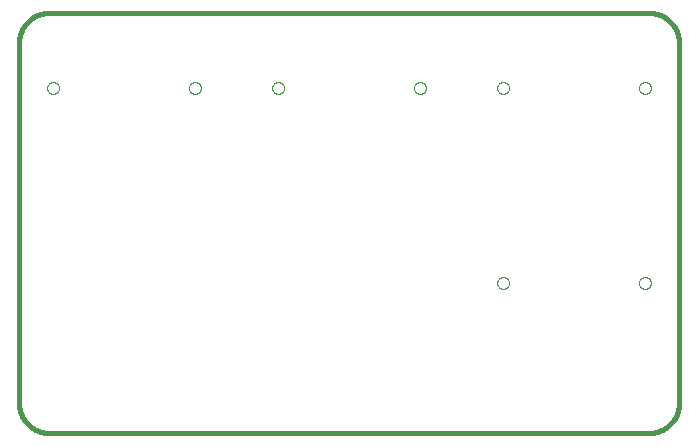
<source format=gbp>
G75*
%MOIN*%
%OFA0B0*%
%FSLAX25Y25*%
%IPPOS*%
%LPD*%
%AMOC8*
5,1,8,0,0,1.08239X$1,22.5*
%
%ADD10C,0.01600*%
%ADD11C,0.00000*%
D10*
X0051800Y0036800D02*
X0251800Y0036800D01*
X0252042Y0036803D01*
X0252283Y0036812D01*
X0252524Y0036826D01*
X0252765Y0036847D01*
X0253005Y0036873D01*
X0253245Y0036905D01*
X0253484Y0036943D01*
X0253721Y0036986D01*
X0253958Y0037036D01*
X0254193Y0037091D01*
X0254427Y0037151D01*
X0254659Y0037218D01*
X0254890Y0037289D01*
X0255119Y0037367D01*
X0255346Y0037450D01*
X0255571Y0037538D01*
X0255794Y0037632D01*
X0256014Y0037731D01*
X0256232Y0037836D01*
X0256447Y0037945D01*
X0256660Y0038060D01*
X0256870Y0038180D01*
X0257076Y0038305D01*
X0257280Y0038435D01*
X0257481Y0038570D01*
X0257678Y0038710D01*
X0257872Y0038854D01*
X0258062Y0039003D01*
X0258248Y0039157D01*
X0258431Y0039315D01*
X0258610Y0039477D01*
X0258785Y0039644D01*
X0258956Y0039815D01*
X0259123Y0039990D01*
X0259285Y0040169D01*
X0259443Y0040352D01*
X0259597Y0040538D01*
X0259746Y0040728D01*
X0259890Y0040922D01*
X0260030Y0041119D01*
X0260165Y0041320D01*
X0260295Y0041524D01*
X0260420Y0041730D01*
X0260540Y0041940D01*
X0260655Y0042153D01*
X0260764Y0042368D01*
X0260869Y0042586D01*
X0260968Y0042806D01*
X0261062Y0043029D01*
X0261150Y0043254D01*
X0261233Y0043481D01*
X0261311Y0043710D01*
X0261382Y0043941D01*
X0261449Y0044173D01*
X0261509Y0044407D01*
X0261564Y0044642D01*
X0261614Y0044879D01*
X0261657Y0045116D01*
X0261695Y0045355D01*
X0261727Y0045595D01*
X0261753Y0045835D01*
X0261774Y0046076D01*
X0261788Y0046317D01*
X0261797Y0046558D01*
X0261800Y0046800D01*
X0261800Y0166800D01*
X0261797Y0167042D01*
X0261788Y0167283D01*
X0261774Y0167524D01*
X0261753Y0167765D01*
X0261727Y0168005D01*
X0261695Y0168245D01*
X0261657Y0168484D01*
X0261614Y0168721D01*
X0261564Y0168958D01*
X0261509Y0169193D01*
X0261449Y0169427D01*
X0261382Y0169659D01*
X0261311Y0169890D01*
X0261233Y0170119D01*
X0261150Y0170346D01*
X0261062Y0170571D01*
X0260968Y0170794D01*
X0260869Y0171014D01*
X0260764Y0171232D01*
X0260655Y0171447D01*
X0260540Y0171660D01*
X0260420Y0171870D01*
X0260295Y0172076D01*
X0260165Y0172280D01*
X0260030Y0172481D01*
X0259890Y0172678D01*
X0259746Y0172872D01*
X0259597Y0173062D01*
X0259443Y0173248D01*
X0259285Y0173431D01*
X0259123Y0173610D01*
X0258956Y0173785D01*
X0258785Y0173956D01*
X0258610Y0174123D01*
X0258431Y0174285D01*
X0258248Y0174443D01*
X0258062Y0174597D01*
X0257872Y0174746D01*
X0257678Y0174890D01*
X0257481Y0175030D01*
X0257280Y0175165D01*
X0257076Y0175295D01*
X0256870Y0175420D01*
X0256660Y0175540D01*
X0256447Y0175655D01*
X0256232Y0175764D01*
X0256014Y0175869D01*
X0255794Y0175968D01*
X0255571Y0176062D01*
X0255346Y0176150D01*
X0255119Y0176233D01*
X0254890Y0176311D01*
X0254659Y0176382D01*
X0254427Y0176449D01*
X0254193Y0176509D01*
X0253958Y0176564D01*
X0253721Y0176614D01*
X0253484Y0176657D01*
X0253245Y0176695D01*
X0253005Y0176727D01*
X0252765Y0176753D01*
X0252524Y0176774D01*
X0252283Y0176788D01*
X0252042Y0176797D01*
X0251800Y0176800D01*
X0051800Y0176800D01*
X0051558Y0176797D01*
X0051317Y0176788D01*
X0051076Y0176774D01*
X0050835Y0176753D01*
X0050595Y0176727D01*
X0050355Y0176695D01*
X0050116Y0176657D01*
X0049879Y0176614D01*
X0049642Y0176564D01*
X0049407Y0176509D01*
X0049173Y0176449D01*
X0048941Y0176382D01*
X0048710Y0176311D01*
X0048481Y0176233D01*
X0048254Y0176150D01*
X0048029Y0176062D01*
X0047806Y0175968D01*
X0047586Y0175869D01*
X0047368Y0175764D01*
X0047153Y0175655D01*
X0046940Y0175540D01*
X0046730Y0175420D01*
X0046524Y0175295D01*
X0046320Y0175165D01*
X0046119Y0175030D01*
X0045922Y0174890D01*
X0045728Y0174746D01*
X0045538Y0174597D01*
X0045352Y0174443D01*
X0045169Y0174285D01*
X0044990Y0174123D01*
X0044815Y0173956D01*
X0044644Y0173785D01*
X0044477Y0173610D01*
X0044315Y0173431D01*
X0044157Y0173248D01*
X0044003Y0173062D01*
X0043854Y0172872D01*
X0043710Y0172678D01*
X0043570Y0172481D01*
X0043435Y0172280D01*
X0043305Y0172076D01*
X0043180Y0171870D01*
X0043060Y0171660D01*
X0042945Y0171447D01*
X0042836Y0171232D01*
X0042731Y0171014D01*
X0042632Y0170794D01*
X0042538Y0170571D01*
X0042450Y0170346D01*
X0042367Y0170119D01*
X0042289Y0169890D01*
X0042218Y0169659D01*
X0042151Y0169427D01*
X0042091Y0169193D01*
X0042036Y0168958D01*
X0041986Y0168721D01*
X0041943Y0168484D01*
X0041905Y0168245D01*
X0041873Y0168005D01*
X0041847Y0167765D01*
X0041826Y0167524D01*
X0041812Y0167283D01*
X0041803Y0167042D01*
X0041800Y0166800D01*
X0041800Y0046800D01*
X0041803Y0046558D01*
X0041812Y0046317D01*
X0041826Y0046076D01*
X0041847Y0045835D01*
X0041873Y0045595D01*
X0041905Y0045355D01*
X0041943Y0045116D01*
X0041986Y0044879D01*
X0042036Y0044642D01*
X0042091Y0044407D01*
X0042151Y0044173D01*
X0042218Y0043941D01*
X0042289Y0043710D01*
X0042367Y0043481D01*
X0042450Y0043254D01*
X0042538Y0043029D01*
X0042632Y0042806D01*
X0042731Y0042586D01*
X0042836Y0042368D01*
X0042945Y0042153D01*
X0043060Y0041940D01*
X0043180Y0041730D01*
X0043305Y0041524D01*
X0043435Y0041320D01*
X0043570Y0041119D01*
X0043710Y0040922D01*
X0043854Y0040728D01*
X0044003Y0040538D01*
X0044157Y0040352D01*
X0044315Y0040169D01*
X0044477Y0039990D01*
X0044644Y0039815D01*
X0044815Y0039644D01*
X0044990Y0039477D01*
X0045169Y0039315D01*
X0045352Y0039157D01*
X0045538Y0039003D01*
X0045728Y0038854D01*
X0045922Y0038710D01*
X0046119Y0038570D01*
X0046320Y0038435D01*
X0046524Y0038305D01*
X0046730Y0038180D01*
X0046940Y0038060D01*
X0047153Y0037945D01*
X0047368Y0037836D01*
X0047586Y0037731D01*
X0047806Y0037632D01*
X0048029Y0037538D01*
X0048254Y0037450D01*
X0048481Y0037367D01*
X0048710Y0037289D01*
X0048941Y0037218D01*
X0049173Y0037151D01*
X0049407Y0037091D01*
X0049642Y0037036D01*
X0049879Y0036986D01*
X0050116Y0036943D01*
X0050355Y0036905D01*
X0050595Y0036873D01*
X0050835Y0036847D01*
X0051076Y0036826D01*
X0051317Y0036812D01*
X0051558Y0036803D01*
X0051800Y0036800D01*
D11*
X0051209Y0151800D02*
X0051211Y0151888D01*
X0051217Y0151976D01*
X0051227Y0152064D01*
X0051241Y0152152D01*
X0051258Y0152238D01*
X0051280Y0152324D01*
X0051305Y0152408D01*
X0051335Y0152492D01*
X0051367Y0152574D01*
X0051404Y0152654D01*
X0051444Y0152733D01*
X0051488Y0152810D01*
X0051535Y0152885D01*
X0051585Y0152957D01*
X0051639Y0153028D01*
X0051695Y0153095D01*
X0051755Y0153161D01*
X0051817Y0153223D01*
X0051883Y0153283D01*
X0051950Y0153339D01*
X0052021Y0153393D01*
X0052093Y0153443D01*
X0052168Y0153490D01*
X0052245Y0153534D01*
X0052324Y0153574D01*
X0052404Y0153611D01*
X0052486Y0153643D01*
X0052570Y0153673D01*
X0052654Y0153698D01*
X0052740Y0153720D01*
X0052826Y0153737D01*
X0052914Y0153751D01*
X0053002Y0153761D01*
X0053090Y0153767D01*
X0053178Y0153769D01*
X0053266Y0153767D01*
X0053354Y0153761D01*
X0053442Y0153751D01*
X0053530Y0153737D01*
X0053616Y0153720D01*
X0053702Y0153698D01*
X0053786Y0153673D01*
X0053870Y0153643D01*
X0053952Y0153611D01*
X0054032Y0153574D01*
X0054111Y0153534D01*
X0054188Y0153490D01*
X0054263Y0153443D01*
X0054335Y0153393D01*
X0054406Y0153339D01*
X0054473Y0153283D01*
X0054539Y0153223D01*
X0054601Y0153161D01*
X0054661Y0153095D01*
X0054717Y0153028D01*
X0054771Y0152957D01*
X0054821Y0152885D01*
X0054868Y0152810D01*
X0054912Y0152733D01*
X0054952Y0152654D01*
X0054989Y0152574D01*
X0055021Y0152492D01*
X0055051Y0152408D01*
X0055076Y0152324D01*
X0055098Y0152238D01*
X0055115Y0152152D01*
X0055129Y0152064D01*
X0055139Y0151976D01*
X0055145Y0151888D01*
X0055147Y0151800D01*
X0055145Y0151712D01*
X0055139Y0151624D01*
X0055129Y0151536D01*
X0055115Y0151448D01*
X0055098Y0151362D01*
X0055076Y0151276D01*
X0055051Y0151192D01*
X0055021Y0151108D01*
X0054989Y0151026D01*
X0054952Y0150946D01*
X0054912Y0150867D01*
X0054868Y0150790D01*
X0054821Y0150715D01*
X0054771Y0150643D01*
X0054717Y0150572D01*
X0054661Y0150505D01*
X0054601Y0150439D01*
X0054539Y0150377D01*
X0054473Y0150317D01*
X0054406Y0150261D01*
X0054335Y0150207D01*
X0054263Y0150157D01*
X0054188Y0150110D01*
X0054111Y0150066D01*
X0054032Y0150026D01*
X0053952Y0149989D01*
X0053870Y0149957D01*
X0053786Y0149927D01*
X0053702Y0149902D01*
X0053616Y0149880D01*
X0053530Y0149863D01*
X0053442Y0149849D01*
X0053354Y0149839D01*
X0053266Y0149833D01*
X0053178Y0149831D01*
X0053090Y0149833D01*
X0053002Y0149839D01*
X0052914Y0149849D01*
X0052826Y0149863D01*
X0052740Y0149880D01*
X0052654Y0149902D01*
X0052570Y0149927D01*
X0052486Y0149957D01*
X0052404Y0149989D01*
X0052324Y0150026D01*
X0052245Y0150066D01*
X0052168Y0150110D01*
X0052093Y0150157D01*
X0052021Y0150207D01*
X0051950Y0150261D01*
X0051883Y0150317D01*
X0051817Y0150377D01*
X0051755Y0150439D01*
X0051695Y0150505D01*
X0051639Y0150572D01*
X0051585Y0150643D01*
X0051535Y0150715D01*
X0051488Y0150790D01*
X0051444Y0150867D01*
X0051404Y0150946D01*
X0051367Y0151026D01*
X0051335Y0151108D01*
X0051305Y0151192D01*
X0051280Y0151276D01*
X0051258Y0151362D01*
X0051241Y0151448D01*
X0051227Y0151536D01*
X0051217Y0151624D01*
X0051211Y0151712D01*
X0051209Y0151800D01*
X0098453Y0151800D02*
X0098455Y0151888D01*
X0098461Y0151976D01*
X0098471Y0152064D01*
X0098485Y0152152D01*
X0098502Y0152238D01*
X0098524Y0152324D01*
X0098549Y0152408D01*
X0098579Y0152492D01*
X0098611Y0152574D01*
X0098648Y0152654D01*
X0098688Y0152733D01*
X0098732Y0152810D01*
X0098779Y0152885D01*
X0098829Y0152957D01*
X0098883Y0153028D01*
X0098939Y0153095D01*
X0098999Y0153161D01*
X0099061Y0153223D01*
X0099127Y0153283D01*
X0099194Y0153339D01*
X0099265Y0153393D01*
X0099337Y0153443D01*
X0099412Y0153490D01*
X0099489Y0153534D01*
X0099568Y0153574D01*
X0099648Y0153611D01*
X0099730Y0153643D01*
X0099814Y0153673D01*
X0099898Y0153698D01*
X0099984Y0153720D01*
X0100070Y0153737D01*
X0100158Y0153751D01*
X0100246Y0153761D01*
X0100334Y0153767D01*
X0100422Y0153769D01*
X0100510Y0153767D01*
X0100598Y0153761D01*
X0100686Y0153751D01*
X0100774Y0153737D01*
X0100860Y0153720D01*
X0100946Y0153698D01*
X0101030Y0153673D01*
X0101114Y0153643D01*
X0101196Y0153611D01*
X0101276Y0153574D01*
X0101355Y0153534D01*
X0101432Y0153490D01*
X0101507Y0153443D01*
X0101579Y0153393D01*
X0101650Y0153339D01*
X0101717Y0153283D01*
X0101783Y0153223D01*
X0101845Y0153161D01*
X0101905Y0153095D01*
X0101961Y0153028D01*
X0102015Y0152957D01*
X0102065Y0152885D01*
X0102112Y0152810D01*
X0102156Y0152733D01*
X0102196Y0152654D01*
X0102233Y0152574D01*
X0102265Y0152492D01*
X0102295Y0152408D01*
X0102320Y0152324D01*
X0102342Y0152238D01*
X0102359Y0152152D01*
X0102373Y0152064D01*
X0102383Y0151976D01*
X0102389Y0151888D01*
X0102391Y0151800D01*
X0102389Y0151712D01*
X0102383Y0151624D01*
X0102373Y0151536D01*
X0102359Y0151448D01*
X0102342Y0151362D01*
X0102320Y0151276D01*
X0102295Y0151192D01*
X0102265Y0151108D01*
X0102233Y0151026D01*
X0102196Y0150946D01*
X0102156Y0150867D01*
X0102112Y0150790D01*
X0102065Y0150715D01*
X0102015Y0150643D01*
X0101961Y0150572D01*
X0101905Y0150505D01*
X0101845Y0150439D01*
X0101783Y0150377D01*
X0101717Y0150317D01*
X0101650Y0150261D01*
X0101579Y0150207D01*
X0101507Y0150157D01*
X0101432Y0150110D01*
X0101355Y0150066D01*
X0101276Y0150026D01*
X0101196Y0149989D01*
X0101114Y0149957D01*
X0101030Y0149927D01*
X0100946Y0149902D01*
X0100860Y0149880D01*
X0100774Y0149863D01*
X0100686Y0149849D01*
X0100598Y0149839D01*
X0100510Y0149833D01*
X0100422Y0149831D01*
X0100334Y0149833D01*
X0100246Y0149839D01*
X0100158Y0149849D01*
X0100070Y0149863D01*
X0099984Y0149880D01*
X0099898Y0149902D01*
X0099814Y0149927D01*
X0099730Y0149957D01*
X0099648Y0149989D01*
X0099568Y0150026D01*
X0099489Y0150066D01*
X0099412Y0150110D01*
X0099337Y0150157D01*
X0099265Y0150207D01*
X0099194Y0150261D01*
X0099127Y0150317D01*
X0099061Y0150377D01*
X0098999Y0150439D01*
X0098939Y0150505D01*
X0098883Y0150572D01*
X0098829Y0150643D01*
X0098779Y0150715D01*
X0098732Y0150790D01*
X0098688Y0150867D01*
X0098648Y0150946D01*
X0098611Y0151026D01*
X0098579Y0151108D01*
X0098549Y0151192D01*
X0098524Y0151276D01*
X0098502Y0151362D01*
X0098485Y0151448D01*
X0098471Y0151536D01*
X0098461Y0151624D01*
X0098455Y0151712D01*
X0098453Y0151800D01*
X0126209Y0151800D02*
X0126211Y0151888D01*
X0126217Y0151976D01*
X0126227Y0152064D01*
X0126241Y0152152D01*
X0126258Y0152238D01*
X0126280Y0152324D01*
X0126305Y0152408D01*
X0126335Y0152492D01*
X0126367Y0152574D01*
X0126404Y0152654D01*
X0126444Y0152733D01*
X0126488Y0152810D01*
X0126535Y0152885D01*
X0126585Y0152957D01*
X0126639Y0153028D01*
X0126695Y0153095D01*
X0126755Y0153161D01*
X0126817Y0153223D01*
X0126883Y0153283D01*
X0126950Y0153339D01*
X0127021Y0153393D01*
X0127093Y0153443D01*
X0127168Y0153490D01*
X0127245Y0153534D01*
X0127324Y0153574D01*
X0127404Y0153611D01*
X0127486Y0153643D01*
X0127570Y0153673D01*
X0127654Y0153698D01*
X0127740Y0153720D01*
X0127826Y0153737D01*
X0127914Y0153751D01*
X0128002Y0153761D01*
X0128090Y0153767D01*
X0128178Y0153769D01*
X0128266Y0153767D01*
X0128354Y0153761D01*
X0128442Y0153751D01*
X0128530Y0153737D01*
X0128616Y0153720D01*
X0128702Y0153698D01*
X0128786Y0153673D01*
X0128870Y0153643D01*
X0128952Y0153611D01*
X0129032Y0153574D01*
X0129111Y0153534D01*
X0129188Y0153490D01*
X0129263Y0153443D01*
X0129335Y0153393D01*
X0129406Y0153339D01*
X0129473Y0153283D01*
X0129539Y0153223D01*
X0129601Y0153161D01*
X0129661Y0153095D01*
X0129717Y0153028D01*
X0129771Y0152957D01*
X0129821Y0152885D01*
X0129868Y0152810D01*
X0129912Y0152733D01*
X0129952Y0152654D01*
X0129989Y0152574D01*
X0130021Y0152492D01*
X0130051Y0152408D01*
X0130076Y0152324D01*
X0130098Y0152238D01*
X0130115Y0152152D01*
X0130129Y0152064D01*
X0130139Y0151976D01*
X0130145Y0151888D01*
X0130147Y0151800D01*
X0130145Y0151712D01*
X0130139Y0151624D01*
X0130129Y0151536D01*
X0130115Y0151448D01*
X0130098Y0151362D01*
X0130076Y0151276D01*
X0130051Y0151192D01*
X0130021Y0151108D01*
X0129989Y0151026D01*
X0129952Y0150946D01*
X0129912Y0150867D01*
X0129868Y0150790D01*
X0129821Y0150715D01*
X0129771Y0150643D01*
X0129717Y0150572D01*
X0129661Y0150505D01*
X0129601Y0150439D01*
X0129539Y0150377D01*
X0129473Y0150317D01*
X0129406Y0150261D01*
X0129335Y0150207D01*
X0129263Y0150157D01*
X0129188Y0150110D01*
X0129111Y0150066D01*
X0129032Y0150026D01*
X0128952Y0149989D01*
X0128870Y0149957D01*
X0128786Y0149927D01*
X0128702Y0149902D01*
X0128616Y0149880D01*
X0128530Y0149863D01*
X0128442Y0149849D01*
X0128354Y0149839D01*
X0128266Y0149833D01*
X0128178Y0149831D01*
X0128090Y0149833D01*
X0128002Y0149839D01*
X0127914Y0149849D01*
X0127826Y0149863D01*
X0127740Y0149880D01*
X0127654Y0149902D01*
X0127570Y0149927D01*
X0127486Y0149957D01*
X0127404Y0149989D01*
X0127324Y0150026D01*
X0127245Y0150066D01*
X0127168Y0150110D01*
X0127093Y0150157D01*
X0127021Y0150207D01*
X0126950Y0150261D01*
X0126883Y0150317D01*
X0126817Y0150377D01*
X0126755Y0150439D01*
X0126695Y0150505D01*
X0126639Y0150572D01*
X0126585Y0150643D01*
X0126535Y0150715D01*
X0126488Y0150790D01*
X0126444Y0150867D01*
X0126404Y0150946D01*
X0126367Y0151026D01*
X0126335Y0151108D01*
X0126305Y0151192D01*
X0126280Y0151276D01*
X0126258Y0151362D01*
X0126241Y0151448D01*
X0126227Y0151536D01*
X0126217Y0151624D01*
X0126211Y0151712D01*
X0126209Y0151800D01*
X0173453Y0151800D02*
X0173455Y0151888D01*
X0173461Y0151976D01*
X0173471Y0152064D01*
X0173485Y0152152D01*
X0173502Y0152238D01*
X0173524Y0152324D01*
X0173549Y0152408D01*
X0173579Y0152492D01*
X0173611Y0152574D01*
X0173648Y0152654D01*
X0173688Y0152733D01*
X0173732Y0152810D01*
X0173779Y0152885D01*
X0173829Y0152957D01*
X0173883Y0153028D01*
X0173939Y0153095D01*
X0173999Y0153161D01*
X0174061Y0153223D01*
X0174127Y0153283D01*
X0174194Y0153339D01*
X0174265Y0153393D01*
X0174337Y0153443D01*
X0174412Y0153490D01*
X0174489Y0153534D01*
X0174568Y0153574D01*
X0174648Y0153611D01*
X0174730Y0153643D01*
X0174814Y0153673D01*
X0174898Y0153698D01*
X0174984Y0153720D01*
X0175070Y0153737D01*
X0175158Y0153751D01*
X0175246Y0153761D01*
X0175334Y0153767D01*
X0175422Y0153769D01*
X0175510Y0153767D01*
X0175598Y0153761D01*
X0175686Y0153751D01*
X0175774Y0153737D01*
X0175860Y0153720D01*
X0175946Y0153698D01*
X0176030Y0153673D01*
X0176114Y0153643D01*
X0176196Y0153611D01*
X0176276Y0153574D01*
X0176355Y0153534D01*
X0176432Y0153490D01*
X0176507Y0153443D01*
X0176579Y0153393D01*
X0176650Y0153339D01*
X0176717Y0153283D01*
X0176783Y0153223D01*
X0176845Y0153161D01*
X0176905Y0153095D01*
X0176961Y0153028D01*
X0177015Y0152957D01*
X0177065Y0152885D01*
X0177112Y0152810D01*
X0177156Y0152733D01*
X0177196Y0152654D01*
X0177233Y0152574D01*
X0177265Y0152492D01*
X0177295Y0152408D01*
X0177320Y0152324D01*
X0177342Y0152238D01*
X0177359Y0152152D01*
X0177373Y0152064D01*
X0177383Y0151976D01*
X0177389Y0151888D01*
X0177391Y0151800D01*
X0177389Y0151712D01*
X0177383Y0151624D01*
X0177373Y0151536D01*
X0177359Y0151448D01*
X0177342Y0151362D01*
X0177320Y0151276D01*
X0177295Y0151192D01*
X0177265Y0151108D01*
X0177233Y0151026D01*
X0177196Y0150946D01*
X0177156Y0150867D01*
X0177112Y0150790D01*
X0177065Y0150715D01*
X0177015Y0150643D01*
X0176961Y0150572D01*
X0176905Y0150505D01*
X0176845Y0150439D01*
X0176783Y0150377D01*
X0176717Y0150317D01*
X0176650Y0150261D01*
X0176579Y0150207D01*
X0176507Y0150157D01*
X0176432Y0150110D01*
X0176355Y0150066D01*
X0176276Y0150026D01*
X0176196Y0149989D01*
X0176114Y0149957D01*
X0176030Y0149927D01*
X0175946Y0149902D01*
X0175860Y0149880D01*
X0175774Y0149863D01*
X0175686Y0149849D01*
X0175598Y0149839D01*
X0175510Y0149833D01*
X0175422Y0149831D01*
X0175334Y0149833D01*
X0175246Y0149839D01*
X0175158Y0149849D01*
X0175070Y0149863D01*
X0174984Y0149880D01*
X0174898Y0149902D01*
X0174814Y0149927D01*
X0174730Y0149957D01*
X0174648Y0149989D01*
X0174568Y0150026D01*
X0174489Y0150066D01*
X0174412Y0150110D01*
X0174337Y0150157D01*
X0174265Y0150207D01*
X0174194Y0150261D01*
X0174127Y0150317D01*
X0174061Y0150377D01*
X0173999Y0150439D01*
X0173939Y0150505D01*
X0173883Y0150572D01*
X0173829Y0150643D01*
X0173779Y0150715D01*
X0173732Y0150790D01*
X0173688Y0150867D01*
X0173648Y0150946D01*
X0173611Y0151026D01*
X0173579Y0151108D01*
X0173549Y0151192D01*
X0173524Y0151276D01*
X0173502Y0151362D01*
X0173485Y0151448D01*
X0173471Y0151536D01*
X0173461Y0151624D01*
X0173455Y0151712D01*
X0173453Y0151800D01*
X0201209Y0151800D02*
X0201211Y0151888D01*
X0201217Y0151976D01*
X0201227Y0152064D01*
X0201241Y0152152D01*
X0201258Y0152238D01*
X0201280Y0152324D01*
X0201305Y0152408D01*
X0201335Y0152492D01*
X0201367Y0152574D01*
X0201404Y0152654D01*
X0201444Y0152733D01*
X0201488Y0152810D01*
X0201535Y0152885D01*
X0201585Y0152957D01*
X0201639Y0153028D01*
X0201695Y0153095D01*
X0201755Y0153161D01*
X0201817Y0153223D01*
X0201883Y0153283D01*
X0201950Y0153339D01*
X0202021Y0153393D01*
X0202093Y0153443D01*
X0202168Y0153490D01*
X0202245Y0153534D01*
X0202324Y0153574D01*
X0202404Y0153611D01*
X0202486Y0153643D01*
X0202570Y0153673D01*
X0202654Y0153698D01*
X0202740Y0153720D01*
X0202826Y0153737D01*
X0202914Y0153751D01*
X0203002Y0153761D01*
X0203090Y0153767D01*
X0203178Y0153769D01*
X0203266Y0153767D01*
X0203354Y0153761D01*
X0203442Y0153751D01*
X0203530Y0153737D01*
X0203616Y0153720D01*
X0203702Y0153698D01*
X0203786Y0153673D01*
X0203870Y0153643D01*
X0203952Y0153611D01*
X0204032Y0153574D01*
X0204111Y0153534D01*
X0204188Y0153490D01*
X0204263Y0153443D01*
X0204335Y0153393D01*
X0204406Y0153339D01*
X0204473Y0153283D01*
X0204539Y0153223D01*
X0204601Y0153161D01*
X0204661Y0153095D01*
X0204717Y0153028D01*
X0204771Y0152957D01*
X0204821Y0152885D01*
X0204868Y0152810D01*
X0204912Y0152733D01*
X0204952Y0152654D01*
X0204989Y0152574D01*
X0205021Y0152492D01*
X0205051Y0152408D01*
X0205076Y0152324D01*
X0205098Y0152238D01*
X0205115Y0152152D01*
X0205129Y0152064D01*
X0205139Y0151976D01*
X0205145Y0151888D01*
X0205147Y0151800D01*
X0205145Y0151712D01*
X0205139Y0151624D01*
X0205129Y0151536D01*
X0205115Y0151448D01*
X0205098Y0151362D01*
X0205076Y0151276D01*
X0205051Y0151192D01*
X0205021Y0151108D01*
X0204989Y0151026D01*
X0204952Y0150946D01*
X0204912Y0150867D01*
X0204868Y0150790D01*
X0204821Y0150715D01*
X0204771Y0150643D01*
X0204717Y0150572D01*
X0204661Y0150505D01*
X0204601Y0150439D01*
X0204539Y0150377D01*
X0204473Y0150317D01*
X0204406Y0150261D01*
X0204335Y0150207D01*
X0204263Y0150157D01*
X0204188Y0150110D01*
X0204111Y0150066D01*
X0204032Y0150026D01*
X0203952Y0149989D01*
X0203870Y0149957D01*
X0203786Y0149927D01*
X0203702Y0149902D01*
X0203616Y0149880D01*
X0203530Y0149863D01*
X0203442Y0149849D01*
X0203354Y0149839D01*
X0203266Y0149833D01*
X0203178Y0149831D01*
X0203090Y0149833D01*
X0203002Y0149839D01*
X0202914Y0149849D01*
X0202826Y0149863D01*
X0202740Y0149880D01*
X0202654Y0149902D01*
X0202570Y0149927D01*
X0202486Y0149957D01*
X0202404Y0149989D01*
X0202324Y0150026D01*
X0202245Y0150066D01*
X0202168Y0150110D01*
X0202093Y0150157D01*
X0202021Y0150207D01*
X0201950Y0150261D01*
X0201883Y0150317D01*
X0201817Y0150377D01*
X0201755Y0150439D01*
X0201695Y0150505D01*
X0201639Y0150572D01*
X0201585Y0150643D01*
X0201535Y0150715D01*
X0201488Y0150790D01*
X0201444Y0150867D01*
X0201404Y0150946D01*
X0201367Y0151026D01*
X0201335Y0151108D01*
X0201305Y0151192D01*
X0201280Y0151276D01*
X0201258Y0151362D01*
X0201241Y0151448D01*
X0201227Y0151536D01*
X0201217Y0151624D01*
X0201211Y0151712D01*
X0201209Y0151800D01*
X0248453Y0151800D02*
X0248455Y0151888D01*
X0248461Y0151976D01*
X0248471Y0152064D01*
X0248485Y0152152D01*
X0248502Y0152238D01*
X0248524Y0152324D01*
X0248549Y0152408D01*
X0248579Y0152492D01*
X0248611Y0152574D01*
X0248648Y0152654D01*
X0248688Y0152733D01*
X0248732Y0152810D01*
X0248779Y0152885D01*
X0248829Y0152957D01*
X0248883Y0153028D01*
X0248939Y0153095D01*
X0248999Y0153161D01*
X0249061Y0153223D01*
X0249127Y0153283D01*
X0249194Y0153339D01*
X0249265Y0153393D01*
X0249337Y0153443D01*
X0249412Y0153490D01*
X0249489Y0153534D01*
X0249568Y0153574D01*
X0249648Y0153611D01*
X0249730Y0153643D01*
X0249814Y0153673D01*
X0249898Y0153698D01*
X0249984Y0153720D01*
X0250070Y0153737D01*
X0250158Y0153751D01*
X0250246Y0153761D01*
X0250334Y0153767D01*
X0250422Y0153769D01*
X0250510Y0153767D01*
X0250598Y0153761D01*
X0250686Y0153751D01*
X0250774Y0153737D01*
X0250860Y0153720D01*
X0250946Y0153698D01*
X0251030Y0153673D01*
X0251114Y0153643D01*
X0251196Y0153611D01*
X0251276Y0153574D01*
X0251355Y0153534D01*
X0251432Y0153490D01*
X0251507Y0153443D01*
X0251579Y0153393D01*
X0251650Y0153339D01*
X0251717Y0153283D01*
X0251783Y0153223D01*
X0251845Y0153161D01*
X0251905Y0153095D01*
X0251961Y0153028D01*
X0252015Y0152957D01*
X0252065Y0152885D01*
X0252112Y0152810D01*
X0252156Y0152733D01*
X0252196Y0152654D01*
X0252233Y0152574D01*
X0252265Y0152492D01*
X0252295Y0152408D01*
X0252320Y0152324D01*
X0252342Y0152238D01*
X0252359Y0152152D01*
X0252373Y0152064D01*
X0252383Y0151976D01*
X0252389Y0151888D01*
X0252391Y0151800D01*
X0252389Y0151712D01*
X0252383Y0151624D01*
X0252373Y0151536D01*
X0252359Y0151448D01*
X0252342Y0151362D01*
X0252320Y0151276D01*
X0252295Y0151192D01*
X0252265Y0151108D01*
X0252233Y0151026D01*
X0252196Y0150946D01*
X0252156Y0150867D01*
X0252112Y0150790D01*
X0252065Y0150715D01*
X0252015Y0150643D01*
X0251961Y0150572D01*
X0251905Y0150505D01*
X0251845Y0150439D01*
X0251783Y0150377D01*
X0251717Y0150317D01*
X0251650Y0150261D01*
X0251579Y0150207D01*
X0251507Y0150157D01*
X0251432Y0150110D01*
X0251355Y0150066D01*
X0251276Y0150026D01*
X0251196Y0149989D01*
X0251114Y0149957D01*
X0251030Y0149927D01*
X0250946Y0149902D01*
X0250860Y0149880D01*
X0250774Y0149863D01*
X0250686Y0149849D01*
X0250598Y0149839D01*
X0250510Y0149833D01*
X0250422Y0149831D01*
X0250334Y0149833D01*
X0250246Y0149839D01*
X0250158Y0149849D01*
X0250070Y0149863D01*
X0249984Y0149880D01*
X0249898Y0149902D01*
X0249814Y0149927D01*
X0249730Y0149957D01*
X0249648Y0149989D01*
X0249568Y0150026D01*
X0249489Y0150066D01*
X0249412Y0150110D01*
X0249337Y0150157D01*
X0249265Y0150207D01*
X0249194Y0150261D01*
X0249127Y0150317D01*
X0249061Y0150377D01*
X0248999Y0150439D01*
X0248939Y0150505D01*
X0248883Y0150572D01*
X0248829Y0150643D01*
X0248779Y0150715D01*
X0248732Y0150790D01*
X0248688Y0150867D01*
X0248648Y0150946D01*
X0248611Y0151026D01*
X0248579Y0151108D01*
X0248549Y0151192D01*
X0248524Y0151276D01*
X0248502Y0151362D01*
X0248485Y0151448D01*
X0248471Y0151536D01*
X0248461Y0151624D01*
X0248455Y0151712D01*
X0248453Y0151800D01*
X0248453Y0086800D02*
X0248455Y0086888D01*
X0248461Y0086976D01*
X0248471Y0087064D01*
X0248485Y0087152D01*
X0248502Y0087238D01*
X0248524Y0087324D01*
X0248549Y0087408D01*
X0248579Y0087492D01*
X0248611Y0087574D01*
X0248648Y0087654D01*
X0248688Y0087733D01*
X0248732Y0087810D01*
X0248779Y0087885D01*
X0248829Y0087957D01*
X0248883Y0088028D01*
X0248939Y0088095D01*
X0248999Y0088161D01*
X0249061Y0088223D01*
X0249127Y0088283D01*
X0249194Y0088339D01*
X0249265Y0088393D01*
X0249337Y0088443D01*
X0249412Y0088490D01*
X0249489Y0088534D01*
X0249568Y0088574D01*
X0249648Y0088611D01*
X0249730Y0088643D01*
X0249814Y0088673D01*
X0249898Y0088698D01*
X0249984Y0088720D01*
X0250070Y0088737D01*
X0250158Y0088751D01*
X0250246Y0088761D01*
X0250334Y0088767D01*
X0250422Y0088769D01*
X0250510Y0088767D01*
X0250598Y0088761D01*
X0250686Y0088751D01*
X0250774Y0088737D01*
X0250860Y0088720D01*
X0250946Y0088698D01*
X0251030Y0088673D01*
X0251114Y0088643D01*
X0251196Y0088611D01*
X0251276Y0088574D01*
X0251355Y0088534D01*
X0251432Y0088490D01*
X0251507Y0088443D01*
X0251579Y0088393D01*
X0251650Y0088339D01*
X0251717Y0088283D01*
X0251783Y0088223D01*
X0251845Y0088161D01*
X0251905Y0088095D01*
X0251961Y0088028D01*
X0252015Y0087957D01*
X0252065Y0087885D01*
X0252112Y0087810D01*
X0252156Y0087733D01*
X0252196Y0087654D01*
X0252233Y0087574D01*
X0252265Y0087492D01*
X0252295Y0087408D01*
X0252320Y0087324D01*
X0252342Y0087238D01*
X0252359Y0087152D01*
X0252373Y0087064D01*
X0252383Y0086976D01*
X0252389Y0086888D01*
X0252391Y0086800D01*
X0252389Y0086712D01*
X0252383Y0086624D01*
X0252373Y0086536D01*
X0252359Y0086448D01*
X0252342Y0086362D01*
X0252320Y0086276D01*
X0252295Y0086192D01*
X0252265Y0086108D01*
X0252233Y0086026D01*
X0252196Y0085946D01*
X0252156Y0085867D01*
X0252112Y0085790D01*
X0252065Y0085715D01*
X0252015Y0085643D01*
X0251961Y0085572D01*
X0251905Y0085505D01*
X0251845Y0085439D01*
X0251783Y0085377D01*
X0251717Y0085317D01*
X0251650Y0085261D01*
X0251579Y0085207D01*
X0251507Y0085157D01*
X0251432Y0085110D01*
X0251355Y0085066D01*
X0251276Y0085026D01*
X0251196Y0084989D01*
X0251114Y0084957D01*
X0251030Y0084927D01*
X0250946Y0084902D01*
X0250860Y0084880D01*
X0250774Y0084863D01*
X0250686Y0084849D01*
X0250598Y0084839D01*
X0250510Y0084833D01*
X0250422Y0084831D01*
X0250334Y0084833D01*
X0250246Y0084839D01*
X0250158Y0084849D01*
X0250070Y0084863D01*
X0249984Y0084880D01*
X0249898Y0084902D01*
X0249814Y0084927D01*
X0249730Y0084957D01*
X0249648Y0084989D01*
X0249568Y0085026D01*
X0249489Y0085066D01*
X0249412Y0085110D01*
X0249337Y0085157D01*
X0249265Y0085207D01*
X0249194Y0085261D01*
X0249127Y0085317D01*
X0249061Y0085377D01*
X0248999Y0085439D01*
X0248939Y0085505D01*
X0248883Y0085572D01*
X0248829Y0085643D01*
X0248779Y0085715D01*
X0248732Y0085790D01*
X0248688Y0085867D01*
X0248648Y0085946D01*
X0248611Y0086026D01*
X0248579Y0086108D01*
X0248549Y0086192D01*
X0248524Y0086276D01*
X0248502Y0086362D01*
X0248485Y0086448D01*
X0248471Y0086536D01*
X0248461Y0086624D01*
X0248455Y0086712D01*
X0248453Y0086800D01*
X0201209Y0086800D02*
X0201211Y0086888D01*
X0201217Y0086976D01*
X0201227Y0087064D01*
X0201241Y0087152D01*
X0201258Y0087238D01*
X0201280Y0087324D01*
X0201305Y0087408D01*
X0201335Y0087492D01*
X0201367Y0087574D01*
X0201404Y0087654D01*
X0201444Y0087733D01*
X0201488Y0087810D01*
X0201535Y0087885D01*
X0201585Y0087957D01*
X0201639Y0088028D01*
X0201695Y0088095D01*
X0201755Y0088161D01*
X0201817Y0088223D01*
X0201883Y0088283D01*
X0201950Y0088339D01*
X0202021Y0088393D01*
X0202093Y0088443D01*
X0202168Y0088490D01*
X0202245Y0088534D01*
X0202324Y0088574D01*
X0202404Y0088611D01*
X0202486Y0088643D01*
X0202570Y0088673D01*
X0202654Y0088698D01*
X0202740Y0088720D01*
X0202826Y0088737D01*
X0202914Y0088751D01*
X0203002Y0088761D01*
X0203090Y0088767D01*
X0203178Y0088769D01*
X0203266Y0088767D01*
X0203354Y0088761D01*
X0203442Y0088751D01*
X0203530Y0088737D01*
X0203616Y0088720D01*
X0203702Y0088698D01*
X0203786Y0088673D01*
X0203870Y0088643D01*
X0203952Y0088611D01*
X0204032Y0088574D01*
X0204111Y0088534D01*
X0204188Y0088490D01*
X0204263Y0088443D01*
X0204335Y0088393D01*
X0204406Y0088339D01*
X0204473Y0088283D01*
X0204539Y0088223D01*
X0204601Y0088161D01*
X0204661Y0088095D01*
X0204717Y0088028D01*
X0204771Y0087957D01*
X0204821Y0087885D01*
X0204868Y0087810D01*
X0204912Y0087733D01*
X0204952Y0087654D01*
X0204989Y0087574D01*
X0205021Y0087492D01*
X0205051Y0087408D01*
X0205076Y0087324D01*
X0205098Y0087238D01*
X0205115Y0087152D01*
X0205129Y0087064D01*
X0205139Y0086976D01*
X0205145Y0086888D01*
X0205147Y0086800D01*
X0205145Y0086712D01*
X0205139Y0086624D01*
X0205129Y0086536D01*
X0205115Y0086448D01*
X0205098Y0086362D01*
X0205076Y0086276D01*
X0205051Y0086192D01*
X0205021Y0086108D01*
X0204989Y0086026D01*
X0204952Y0085946D01*
X0204912Y0085867D01*
X0204868Y0085790D01*
X0204821Y0085715D01*
X0204771Y0085643D01*
X0204717Y0085572D01*
X0204661Y0085505D01*
X0204601Y0085439D01*
X0204539Y0085377D01*
X0204473Y0085317D01*
X0204406Y0085261D01*
X0204335Y0085207D01*
X0204263Y0085157D01*
X0204188Y0085110D01*
X0204111Y0085066D01*
X0204032Y0085026D01*
X0203952Y0084989D01*
X0203870Y0084957D01*
X0203786Y0084927D01*
X0203702Y0084902D01*
X0203616Y0084880D01*
X0203530Y0084863D01*
X0203442Y0084849D01*
X0203354Y0084839D01*
X0203266Y0084833D01*
X0203178Y0084831D01*
X0203090Y0084833D01*
X0203002Y0084839D01*
X0202914Y0084849D01*
X0202826Y0084863D01*
X0202740Y0084880D01*
X0202654Y0084902D01*
X0202570Y0084927D01*
X0202486Y0084957D01*
X0202404Y0084989D01*
X0202324Y0085026D01*
X0202245Y0085066D01*
X0202168Y0085110D01*
X0202093Y0085157D01*
X0202021Y0085207D01*
X0201950Y0085261D01*
X0201883Y0085317D01*
X0201817Y0085377D01*
X0201755Y0085439D01*
X0201695Y0085505D01*
X0201639Y0085572D01*
X0201585Y0085643D01*
X0201535Y0085715D01*
X0201488Y0085790D01*
X0201444Y0085867D01*
X0201404Y0085946D01*
X0201367Y0086026D01*
X0201335Y0086108D01*
X0201305Y0086192D01*
X0201280Y0086276D01*
X0201258Y0086362D01*
X0201241Y0086448D01*
X0201227Y0086536D01*
X0201217Y0086624D01*
X0201211Y0086712D01*
X0201209Y0086800D01*
M02*

</source>
